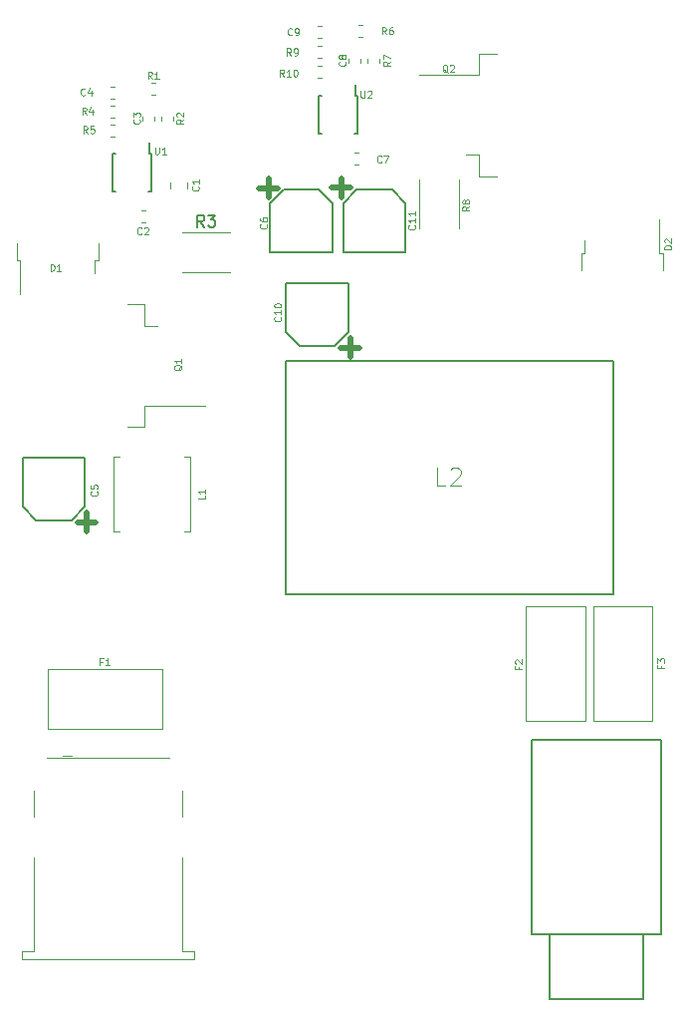
<source format=gto>
G04 #@! TF.GenerationSoftware,KiCad,Pcbnew,(5.0.1)-3*
G04 #@! TF.CreationDate,2019-05-15T20:24:53+02:00*
G04 #@! TF.ProjectId,Milwaukee_USB_charger,4D696C7761756B65655F5553425F6368,rev?*
G04 #@! TF.SameCoordinates,Original*
G04 #@! TF.FileFunction,Legend,Top*
G04 #@! TF.FilePolarity,Positive*
%FSLAX46Y46*%
G04 Gerber Fmt 4.6, Leading zero omitted, Abs format (unit mm)*
G04 Created by KiCad (PCBNEW (5.0.1)-3) date 15-May-19 20:24:53*
%MOMM*%
%LPD*%
G01*
G04 APERTURE LIST*
%ADD10C,0.150000*%
%ADD11C,0.500000*%
%ADD12C,0.120000*%
%ADD13C,0.100000*%
%ADD14C,0.125000*%
G04 APERTURE END LIST*
D10*
G04 #@! TO.C,C10*
X93610759Y-60321239D02*
X98910759Y-60321239D01*
X93610759Y-60321239D02*
X93610759Y-64471239D01*
X94760759Y-65621239D02*
X97760759Y-65621239D01*
X98910759Y-64471239D02*
X97760759Y-65621239D01*
X93610759Y-64471239D02*
X94760759Y-65621239D01*
X98910759Y-60321239D02*
X98910759Y-64471239D01*
D11*
X99060759Y-64971239D02*
X99060759Y-66571239D01*
X98260759Y-65771239D02*
X99860759Y-65771239D01*
D10*
G04 #@! TO.C,C11*
X103780000Y-57620000D02*
X98480000Y-57620000D01*
X103780000Y-57620000D02*
X103780000Y-53470000D01*
X102630000Y-52320000D02*
X99630000Y-52320000D01*
X98480000Y-53470000D02*
X99630000Y-52320000D01*
X103780000Y-53470000D02*
X102630000Y-52320000D01*
X98480000Y-57620000D02*
X98480000Y-53470000D01*
D11*
X98330000Y-52970000D02*
X98330000Y-51370000D01*
X99130000Y-52170000D02*
X97530000Y-52170000D01*
D10*
G04 #@! TO.C,C6*
X97580000Y-57650000D02*
X92280000Y-57650000D01*
X97580000Y-57650000D02*
X97580000Y-53500000D01*
X96430000Y-52350000D02*
X93430000Y-52350000D01*
X92280000Y-53500000D02*
X93430000Y-52350000D01*
X97580000Y-53500000D02*
X96430000Y-52350000D01*
X92280000Y-57650000D02*
X92280000Y-53500000D01*
D11*
X92130000Y-53000000D02*
X92130000Y-51400000D01*
X92930000Y-52200000D02*
X91330000Y-52200000D01*
D10*
G04 #@! TO.C,C5*
X71210759Y-75121239D02*
X76510759Y-75121239D01*
X71210759Y-75121239D02*
X71210759Y-79271239D01*
X72360759Y-80421239D02*
X75360759Y-80421239D01*
X76510759Y-79271239D02*
X75360759Y-80421239D01*
X71210759Y-79271239D02*
X72360759Y-80421239D01*
X76510759Y-75121239D02*
X76510759Y-79271239D01*
D11*
X76660759Y-79771239D02*
X76660759Y-81371239D01*
X75860759Y-80571239D02*
X77460759Y-80571239D01*
D10*
G04 #@! TO.C,L2*
X121480000Y-86670000D02*
X93580000Y-86670000D01*
X121480000Y-86670000D02*
X121480000Y-66870000D01*
X121480000Y-66870000D02*
X93580000Y-66870000D01*
X93580000Y-66870000D02*
X93580000Y-86670000D01*
G04 #@! TO.C,U1*
X82125000Y-49275000D02*
X82000000Y-49275000D01*
X82125000Y-52525000D02*
X81910000Y-52525000D01*
X78875000Y-52525000D02*
X79090000Y-52525000D01*
X78875000Y-49275000D02*
X79090000Y-49275000D01*
X82125000Y-49275000D02*
X82125000Y-52525000D01*
X78875000Y-49275000D02*
X78875000Y-52525000D01*
X82000000Y-49275000D02*
X82000000Y-48350000D01*
G04 #@! TO.C,U2*
X99660759Y-44341239D02*
X99535759Y-44341239D01*
X99660759Y-47591239D02*
X99445759Y-47591239D01*
X96410759Y-47591239D02*
X96625759Y-47591239D01*
X96410759Y-44341239D02*
X96625759Y-44341239D01*
X99660759Y-44341239D02*
X99660759Y-47591239D01*
X96410759Y-44341239D02*
X96410759Y-47591239D01*
X99535759Y-44341239D02*
X99535759Y-43416239D01*
D12*
G04 #@! TO.C,C1*
X83790000Y-52261252D02*
X83790000Y-51738748D01*
X85210000Y-52261252D02*
X85210000Y-51738748D01*
G04 #@! TO.C,C2*
X81632026Y-54090000D02*
X81289492Y-54090000D01*
X81632026Y-55110000D02*
X81289492Y-55110000D01*
G04 #@! TO.C,C3*
X82410000Y-46471267D02*
X82410000Y-46128733D01*
X81390000Y-46471267D02*
X81390000Y-46128733D01*
G04 #@! TO.C,C4*
X78728733Y-43590000D02*
X79071267Y-43590000D01*
X78728733Y-44610000D02*
X79071267Y-44610000D01*
G04 #@! TO.C,C7*
X99807026Y-49156239D02*
X99464492Y-49156239D01*
X99807026Y-50176239D02*
X99464492Y-50176239D01*
G04 #@! TO.C,C8*
X99945759Y-41194972D02*
X99945759Y-41537506D01*
X98925759Y-41194972D02*
X98925759Y-41537506D01*
G04 #@! TO.C,C9*
X96264492Y-38456239D02*
X96607026Y-38456239D01*
X96264492Y-39476239D02*
X96607026Y-39476239D01*
G04 #@! TO.C,D1*
X77380000Y-58370000D02*
X77380000Y-59470000D01*
X77650000Y-58370000D02*
X77380000Y-58370000D01*
X77650000Y-56870000D02*
X77650000Y-58370000D01*
X71020000Y-58370000D02*
X71020000Y-61200000D01*
X70750000Y-58370000D02*
X71020000Y-58370000D01*
X70750000Y-56870000D02*
X70750000Y-58370000D01*
G04 #@! TO.C,D2*
X125650000Y-59200000D02*
X125650000Y-57700000D01*
X125650000Y-57700000D02*
X125380000Y-57700000D01*
X125380000Y-57700000D02*
X125380000Y-54870000D01*
X118750000Y-59200000D02*
X118750000Y-57700000D01*
X118750000Y-57700000D02*
X119020000Y-57700000D01*
X119020000Y-57700000D02*
X119020000Y-56600000D01*
D13*
G04 #@! TO.C,F1*
X73335000Y-93085000D02*
X83065000Y-93085000D01*
X83065000Y-93085000D02*
X83065000Y-98115000D01*
X73335000Y-98115000D02*
X83065000Y-98115000D01*
X73335000Y-93085000D02*
X73335000Y-98115000D01*
G04 #@! TO.C,F2*
X114015000Y-97435000D02*
X119045000Y-97435000D01*
X119045000Y-97435000D02*
X119045000Y-87705000D01*
X114015000Y-87705000D02*
X119045000Y-87705000D01*
X114015000Y-97435000D02*
X114015000Y-87705000D01*
D12*
G04 #@! TO.C,J3*
X75400000Y-100400000D02*
X74600000Y-100400000D01*
X73310000Y-100550000D02*
X83690000Y-100550000D01*
X72190000Y-117050000D02*
X72190000Y-109080000D01*
X71190000Y-117050000D02*
X72190000Y-117050000D01*
X71190000Y-117670000D02*
X71190000Y-117050000D01*
X85810000Y-117670000D02*
X71190000Y-117670000D01*
X85810000Y-117050000D02*
X85810000Y-117670000D01*
X84810000Y-117050000D02*
X85810000Y-117050000D01*
X84810000Y-109080000D02*
X84810000Y-117050000D01*
X72190000Y-105580000D02*
X72190000Y-103400000D01*
X84810000Y-105580000D02*
X84810000Y-103400000D01*
D10*
G04 #@! TO.C,J4*
X114488200Y-115582000D02*
X114488200Y-99082000D01*
X114488200Y-99082000D02*
X125511800Y-99082000D01*
X125511800Y-115582000D02*
X125511800Y-99082000D01*
X114488200Y-115582000D02*
X125511800Y-115582000D01*
X116031250Y-121043000D02*
X116031250Y-115643000D01*
X116031250Y-121043000D02*
X123968750Y-121043000D01*
X123968750Y-121043000D02*
X123968750Y-115643000D01*
D12*
G04 #@! TO.C,L1*
X79420000Y-81380000D02*
X78920000Y-81380000D01*
X78920000Y-81380000D02*
X78920000Y-75020000D01*
X78920000Y-75020000D02*
X79480000Y-75020000D01*
X84980000Y-75020000D02*
X85480000Y-75020000D01*
X85480000Y-75020000D02*
X85480000Y-81380000D01*
X85480000Y-81380000D02*
X84920000Y-81380000D01*
G04 #@! TO.C,Q1*
X81610759Y-63910000D02*
X82710759Y-63910000D01*
X81610759Y-62100000D02*
X81610759Y-63910000D01*
X80110759Y-62100000D02*
X81610759Y-62100000D01*
X81610759Y-70690000D02*
X86735759Y-70690000D01*
X81610759Y-72500000D02*
X81610759Y-70690000D01*
X80110759Y-72500000D02*
X81610759Y-72500000D01*
G04 #@! TO.C,Q2*
X111550000Y-40800000D02*
X110050000Y-40800000D01*
X110050000Y-40800000D02*
X110050000Y-42610000D01*
X110050000Y-42610000D02*
X104925000Y-42610000D01*
X111550000Y-51200000D02*
X110050000Y-51200000D01*
X110050000Y-51200000D02*
X110050000Y-49390000D01*
X110050000Y-49390000D02*
X108950000Y-49390000D01*
G04 #@! TO.C,R1*
X82471267Y-44310000D02*
X82128733Y-44310000D01*
X82471267Y-43290000D02*
X82128733Y-43290000D01*
G04 #@! TO.C,R2*
X82990000Y-46128733D02*
X82990000Y-46471267D01*
X84010000Y-46128733D02*
X84010000Y-46471267D01*
G04 #@! TO.C,R4*
X79071267Y-45190000D02*
X78728733Y-45190000D01*
X79071267Y-46210000D02*
X78728733Y-46210000D01*
G04 #@! TO.C,R5*
X78728733Y-46790000D02*
X79071267Y-46790000D01*
X78728733Y-47810000D02*
X79071267Y-47810000D01*
G04 #@! TO.C,R6*
X100107026Y-38356239D02*
X99764492Y-38356239D01*
X100107026Y-39376239D02*
X99764492Y-39376239D01*
G04 #@! TO.C,R7*
X100525759Y-41537506D02*
X100525759Y-41194972D01*
X101545759Y-41537506D02*
X101545759Y-41194972D01*
G04 #@! TO.C,R9*
X96607026Y-40156239D02*
X96264492Y-40156239D01*
X96607026Y-41176239D02*
X96264492Y-41176239D01*
G04 #@! TO.C,R10*
X96264492Y-41856239D02*
X96607026Y-41856239D01*
X96264492Y-42876239D02*
X96607026Y-42876239D01*
D13*
G04 #@! TO.C,F3*
X119715000Y-97435000D02*
X119715000Y-87705000D01*
X119715000Y-87705000D02*
X124745000Y-87705000D01*
X124745000Y-97435000D02*
X124745000Y-87705000D01*
X119715000Y-97435000D02*
X124745000Y-97435000D01*
D12*
G04 #@! TO.C,R8*
X108340000Y-51517936D02*
X108340000Y-55622064D01*
X104920000Y-51517936D02*
X104920000Y-55622064D01*
G04 #@! TO.C,R3*
X84777936Y-55960000D02*
X88882064Y-55960000D01*
X84777936Y-59380000D02*
X88882064Y-59380000D01*
G04 #@! TO.C,C10*
D14*
X93144285Y-63155714D02*
X93172857Y-63184285D01*
X93201428Y-63270000D01*
X93201428Y-63327142D01*
X93172857Y-63412857D01*
X93115714Y-63470000D01*
X93058571Y-63498571D01*
X92944285Y-63527142D01*
X92858571Y-63527142D01*
X92744285Y-63498571D01*
X92687142Y-63470000D01*
X92630000Y-63412857D01*
X92601428Y-63327142D01*
X92601428Y-63270000D01*
X92630000Y-63184285D01*
X92658571Y-63155714D01*
X93201428Y-62584285D02*
X93201428Y-62927142D01*
X93201428Y-62755714D02*
X92601428Y-62755714D01*
X92687142Y-62812857D01*
X92744285Y-62870000D01*
X92772857Y-62927142D01*
X92601428Y-62212857D02*
X92601428Y-62155714D01*
X92630000Y-62098571D01*
X92658571Y-62070000D01*
X92715714Y-62041428D01*
X92830000Y-62012857D01*
X92972857Y-62012857D01*
X93087142Y-62041428D01*
X93144285Y-62070000D01*
X93172857Y-62098571D01*
X93201428Y-62155714D01*
X93201428Y-62212857D01*
X93172857Y-62270000D01*
X93144285Y-62298571D01*
X93087142Y-62327142D01*
X92972857Y-62355714D01*
X92830000Y-62355714D01*
X92715714Y-62327142D01*
X92658571Y-62298571D01*
X92630000Y-62270000D01*
X92601428Y-62212857D01*
G04 #@! TO.C,C11*
X104544285Y-55355714D02*
X104572857Y-55384285D01*
X104601428Y-55470000D01*
X104601428Y-55527142D01*
X104572857Y-55612857D01*
X104515714Y-55670000D01*
X104458571Y-55698571D01*
X104344285Y-55727142D01*
X104258571Y-55727142D01*
X104144285Y-55698571D01*
X104087142Y-55670000D01*
X104030000Y-55612857D01*
X104001428Y-55527142D01*
X104001428Y-55470000D01*
X104030000Y-55384285D01*
X104058571Y-55355714D01*
X104601428Y-54784285D02*
X104601428Y-55127142D01*
X104601428Y-54955714D02*
X104001428Y-54955714D01*
X104087142Y-55012857D01*
X104144285Y-55070000D01*
X104172857Y-55127142D01*
X104601428Y-54212857D02*
X104601428Y-54555714D01*
X104601428Y-54384285D02*
X104001428Y-54384285D01*
X104087142Y-54441428D01*
X104144285Y-54498571D01*
X104172857Y-54555714D01*
G04 #@! TO.C,C6*
X91944285Y-55270000D02*
X91972857Y-55298571D01*
X92001428Y-55384285D01*
X92001428Y-55441428D01*
X91972857Y-55527142D01*
X91915714Y-55584285D01*
X91858571Y-55612857D01*
X91744285Y-55641428D01*
X91658571Y-55641428D01*
X91544285Y-55612857D01*
X91487142Y-55584285D01*
X91430000Y-55527142D01*
X91401428Y-55441428D01*
X91401428Y-55384285D01*
X91430000Y-55298571D01*
X91458571Y-55270000D01*
X91401428Y-54755714D02*
X91401428Y-54870000D01*
X91430000Y-54927142D01*
X91458571Y-54955714D01*
X91544285Y-55012857D01*
X91658571Y-55041428D01*
X91887142Y-55041428D01*
X91944285Y-55012857D01*
X91972857Y-54984285D01*
X92001428Y-54927142D01*
X92001428Y-54812857D01*
X91972857Y-54755714D01*
X91944285Y-54727142D01*
X91887142Y-54698571D01*
X91744285Y-54698571D01*
X91687142Y-54727142D01*
X91658571Y-54755714D01*
X91630000Y-54812857D01*
X91630000Y-54927142D01*
X91658571Y-54984285D01*
X91687142Y-55012857D01*
X91744285Y-55041428D01*
G04 #@! TO.C,C5*
X77544285Y-77970000D02*
X77572857Y-77998571D01*
X77601428Y-78084285D01*
X77601428Y-78141428D01*
X77572857Y-78227142D01*
X77515714Y-78284285D01*
X77458571Y-78312857D01*
X77344285Y-78341428D01*
X77258571Y-78341428D01*
X77144285Y-78312857D01*
X77087142Y-78284285D01*
X77030000Y-78227142D01*
X77001428Y-78141428D01*
X77001428Y-78084285D01*
X77030000Y-77998571D01*
X77058571Y-77970000D01*
X77001428Y-77427142D02*
X77001428Y-77712857D01*
X77287142Y-77741428D01*
X77258571Y-77712857D01*
X77230000Y-77655714D01*
X77230000Y-77512857D01*
X77258571Y-77455714D01*
X77287142Y-77427142D01*
X77344285Y-77398571D01*
X77487142Y-77398571D01*
X77544285Y-77427142D01*
X77572857Y-77455714D01*
X77601428Y-77512857D01*
X77601428Y-77655714D01*
X77572857Y-77712857D01*
X77544285Y-77741428D01*
G04 #@! TO.C,L2*
X107180000Y-77448571D02*
X106465714Y-77448571D01*
X106465714Y-75948571D01*
X107608571Y-76091428D02*
X107680000Y-76020000D01*
X107822857Y-75948571D01*
X108180000Y-75948571D01*
X108322857Y-76020000D01*
X108394285Y-76091428D01*
X108465714Y-76234285D01*
X108465714Y-76377142D01*
X108394285Y-76591428D01*
X107537142Y-77448571D01*
X108465714Y-77448571D01*
G04 #@! TO.C,U1*
X82472857Y-48741428D02*
X82472857Y-49227142D01*
X82501428Y-49284285D01*
X82530000Y-49312857D01*
X82587142Y-49341428D01*
X82701428Y-49341428D01*
X82758571Y-49312857D01*
X82787142Y-49284285D01*
X82815714Y-49227142D01*
X82815714Y-48741428D01*
X83415714Y-49341428D02*
X83072857Y-49341428D01*
X83244285Y-49341428D02*
X83244285Y-48741428D01*
X83187142Y-48827142D01*
X83130000Y-48884285D01*
X83072857Y-48912857D01*
G04 #@! TO.C,U2*
X99972857Y-43941428D02*
X99972857Y-44427142D01*
X100001428Y-44484285D01*
X100030000Y-44512857D01*
X100087142Y-44541428D01*
X100201428Y-44541428D01*
X100258571Y-44512857D01*
X100287142Y-44484285D01*
X100315714Y-44427142D01*
X100315714Y-43941428D01*
X100572857Y-43998571D02*
X100601428Y-43970000D01*
X100658571Y-43941428D01*
X100801428Y-43941428D01*
X100858571Y-43970000D01*
X100887142Y-43998571D01*
X100915714Y-44055714D01*
X100915714Y-44112857D01*
X100887142Y-44198571D01*
X100544285Y-44541428D01*
X100915714Y-44541428D01*
G04 #@! TO.C,C1*
X86144285Y-52070000D02*
X86172857Y-52098571D01*
X86201428Y-52184285D01*
X86201428Y-52241428D01*
X86172857Y-52327142D01*
X86115714Y-52384285D01*
X86058571Y-52412857D01*
X85944285Y-52441428D01*
X85858571Y-52441428D01*
X85744285Y-52412857D01*
X85687142Y-52384285D01*
X85630000Y-52327142D01*
X85601428Y-52241428D01*
X85601428Y-52184285D01*
X85630000Y-52098571D01*
X85658571Y-52070000D01*
X86201428Y-51498571D02*
X86201428Y-51841428D01*
X86201428Y-51670000D02*
X85601428Y-51670000D01*
X85687142Y-51727142D01*
X85744285Y-51784285D01*
X85772857Y-51841428D01*
G04 #@! TO.C,C2*
X81330000Y-56084285D02*
X81301428Y-56112857D01*
X81215714Y-56141428D01*
X81158571Y-56141428D01*
X81072857Y-56112857D01*
X81015714Y-56055714D01*
X80987142Y-55998571D01*
X80958571Y-55884285D01*
X80958571Y-55798571D01*
X80987142Y-55684285D01*
X81015714Y-55627142D01*
X81072857Y-55570000D01*
X81158571Y-55541428D01*
X81215714Y-55541428D01*
X81301428Y-55570000D01*
X81330000Y-55598571D01*
X81558571Y-55598571D02*
X81587142Y-55570000D01*
X81644285Y-55541428D01*
X81787142Y-55541428D01*
X81844285Y-55570000D01*
X81872857Y-55598571D01*
X81901428Y-55655714D01*
X81901428Y-55712857D01*
X81872857Y-55798571D01*
X81530000Y-56141428D01*
X81901428Y-56141428D01*
G04 #@! TO.C,C3*
X81144285Y-46370000D02*
X81172857Y-46398571D01*
X81201428Y-46484285D01*
X81201428Y-46541428D01*
X81172857Y-46627142D01*
X81115714Y-46684285D01*
X81058571Y-46712857D01*
X80944285Y-46741428D01*
X80858571Y-46741428D01*
X80744285Y-46712857D01*
X80687142Y-46684285D01*
X80630000Y-46627142D01*
X80601428Y-46541428D01*
X80601428Y-46484285D01*
X80630000Y-46398571D01*
X80658571Y-46370000D01*
X80601428Y-46170000D02*
X80601428Y-45798571D01*
X80830000Y-45998571D01*
X80830000Y-45912857D01*
X80858571Y-45855714D01*
X80887142Y-45827142D01*
X80944285Y-45798571D01*
X81087142Y-45798571D01*
X81144285Y-45827142D01*
X81172857Y-45855714D01*
X81201428Y-45912857D01*
X81201428Y-46084285D01*
X81172857Y-46141428D01*
X81144285Y-46170000D01*
G04 #@! TO.C,C4*
X76530000Y-44284285D02*
X76501428Y-44312857D01*
X76415714Y-44341428D01*
X76358571Y-44341428D01*
X76272857Y-44312857D01*
X76215714Y-44255714D01*
X76187142Y-44198571D01*
X76158571Y-44084285D01*
X76158571Y-43998571D01*
X76187142Y-43884285D01*
X76215714Y-43827142D01*
X76272857Y-43770000D01*
X76358571Y-43741428D01*
X76415714Y-43741428D01*
X76501428Y-43770000D01*
X76530000Y-43798571D01*
X77044285Y-43941428D02*
X77044285Y-44341428D01*
X76901428Y-43712857D02*
X76758571Y-44141428D01*
X77130000Y-44141428D01*
G04 #@! TO.C,C7*
X101730000Y-49984285D02*
X101701428Y-50012857D01*
X101615714Y-50041428D01*
X101558571Y-50041428D01*
X101472857Y-50012857D01*
X101415714Y-49955714D01*
X101387142Y-49898571D01*
X101358571Y-49784285D01*
X101358571Y-49698571D01*
X101387142Y-49584285D01*
X101415714Y-49527142D01*
X101472857Y-49470000D01*
X101558571Y-49441428D01*
X101615714Y-49441428D01*
X101701428Y-49470000D01*
X101730000Y-49498571D01*
X101930000Y-49441428D02*
X102330000Y-49441428D01*
X102072857Y-50041428D01*
G04 #@! TO.C,C8*
X98644285Y-41466239D02*
X98672857Y-41494810D01*
X98701428Y-41580524D01*
X98701428Y-41637667D01*
X98672857Y-41723381D01*
X98615714Y-41780524D01*
X98558571Y-41809096D01*
X98444285Y-41837667D01*
X98358571Y-41837667D01*
X98244285Y-41809096D01*
X98187142Y-41780524D01*
X98130000Y-41723381D01*
X98101428Y-41637667D01*
X98101428Y-41580524D01*
X98130000Y-41494810D01*
X98158571Y-41466239D01*
X98358571Y-41123381D02*
X98330000Y-41180524D01*
X98301428Y-41209096D01*
X98244285Y-41237667D01*
X98215714Y-41237667D01*
X98158571Y-41209096D01*
X98130000Y-41180524D01*
X98101428Y-41123381D01*
X98101428Y-41009096D01*
X98130000Y-40951953D01*
X98158571Y-40923381D01*
X98215714Y-40894810D01*
X98244285Y-40894810D01*
X98301428Y-40923381D01*
X98330000Y-40951953D01*
X98358571Y-41009096D01*
X98358571Y-41123381D01*
X98387142Y-41180524D01*
X98415714Y-41209096D01*
X98472857Y-41237667D01*
X98587142Y-41237667D01*
X98644285Y-41209096D01*
X98672857Y-41180524D01*
X98701428Y-41123381D01*
X98701428Y-41009096D01*
X98672857Y-40951953D01*
X98644285Y-40923381D01*
X98587142Y-40894810D01*
X98472857Y-40894810D01*
X98415714Y-40923381D01*
X98387142Y-40951953D01*
X98358571Y-41009096D01*
G04 #@! TO.C,C9*
X94130000Y-39184285D02*
X94101428Y-39212857D01*
X94015714Y-39241428D01*
X93958571Y-39241428D01*
X93872857Y-39212857D01*
X93815714Y-39155714D01*
X93787142Y-39098571D01*
X93758571Y-38984285D01*
X93758571Y-38898571D01*
X93787142Y-38784285D01*
X93815714Y-38727142D01*
X93872857Y-38670000D01*
X93958571Y-38641428D01*
X94015714Y-38641428D01*
X94101428Y-38670000D01*
X94130000Y-38698571D01*
X94415714Y-39241428D02*
X94530000Y-39241428D01*
X94587142Y-39212857D01*
X94615714Y-39184285D01*
X94672857Y-39098571D01*
X94701428Y-38984285D01*
X94701428Y-38755714D01*
X94672857Y-38698571D01*
X94644285Y-38670000D01*
X94587142Y-38641428D01*
X94472857Y-38641428D01*
X94415714Y-38670000D01*
X94387142Y-38698571D01*
X94358571Y-38755714D01*
X94358571Y-38898571D01*
X94387142Y-38955714D01*
X94415714Y-38984285D01*
X94472857Y-39012857D01*
X94587142Y-39012857D01*
X94644285Y-38984285D01*
X94672857Y-38955714D01*
X94701428Y-38898571D01*
G04 #@! TO.C,D1*
X73587142Y-59241428D02*
X73587142Y-58641428D01*
X73730000Y-58641428D01*
X73815714Y-58670000D01*
X73872857Y-58727142D01*
X73901428Y-58784285D01*
X73930000Y-58898571D01*
X73930000Y-58984285D01*
X73901428Y-59098571D01*
X73872857Y-59155714D01*
X73815714Y-59212857D01*
X73730000Y-59241428D01*
X73587142Y-59241428D01*
X74501428Y-59241428D02*
X74158571Y-59241428D01*
X74330000Y-59241428D02*
X74330000Y-58641428D01*
X74272857Y-58727142D01*
X74215714Y-58784285D01*
X74158571Y-58812857D01*
G04 #@! TO.C,D2*
X126401428Y-57412857D02*
X125801428Y-57412857D01*
X125801428Y-57270000D01*
X125830000Y-57184285D01*
X125887142Y-57127142D01*
X125944285Y-57098571D01*
X126058571Y-57070000D01*
X126144285Y-57070000D01*
X126258571Y-57098571D01*
X126315714Y-57127142D01*
X126372857Y-57184285D01*
X126401428Y-57270000D01*
X126401428Y-57412857D01*
X125858571Y-56841428D02*
X125830000Y-56812857D01*
X125801428Y-56755714D01*
X125801428Y-56612857D01*
X125830000Y-56555714D01*
X125858571Y-56527142D01*
X125915714Y-56498571D01*
X125972857Y-56498571D01*
X126058571Y-56527142D01*
X126401428Y-56870000D01*
X126401428Y-56498571D01*
G04 #@! TO.C,F1*
X78000000Y-92427142D02*
X77800000Y-92427142D01*
X77800000Y-92741428D02*
X77800000Y-92141428D01*
X78085714Y-92141428D01*
X78628571Y-92741428D02*
X78285714Y-92741428D01*
X78457142Y-92741428D02*
X78457142Y-92141428D01*
X78400000Y-92227142D01*
X78342857Y-92284285D01*
X78285714Y-92312857D01*
G04 #@! TO.C,F2*
X113387142Y-92870000D02*
X113387142Y-93070000D01*
X113701428Y-93070000D02*
X113101428Y-93070000D01*
X113101428Y-92784285D01*
X113158571Y-92584285D02*
X113130000Y-92555714D01*
X113101428Y-92498571D01*
X113101428Y-92355714D01*
X113130000Y-92298571D01*
X113158571Y-92270000D01*
X113215714Y-92241428D01*
X113272857Y-92241428D01*
X113358571Y-92270000D01*
X113701428Y-92612857D01*
X113701428Y-92241428D01*
G04 #@! TO.C,L1*
X86701428Y-78300000D02*
X86701428Y-78585714D01*
X86101428Y-78585714D01*
X86701428Y-77785714D02*
X86701428Y-78128571D01*
X86701428Y-77957142D02*
X86101428Y-77957142D01*
X86187142Y-78014285D01*
X86244285Y-78071428D01*
X86272857Y-78128571D01*
G04 #@! TO.C,Q1*
X84758571Y-67227142D02*
X84730000Y-67284285D01*
X84672857Y-67341428D01*
X84587142Y-67427142D01*
X84558571Y-67484285D01*
X84558571Y-67541428D01*
X84701428Y-67512857D02*
X84672857Y-67570000D01*
X84615714Y-67627142D01*
X84501428Y-67655714D01*
X84301428Y-67655714D01*
X84187142Y-67627142D01*
X84130000Y-67570000D01*
X84101428Y-67512857D01*
X84101428Y-67398571D01*
X84130000Y-67341428D01*
X84187142Y-67284285D01*
X84301428Y-67255714D01*
X84501428Y-67255714D01*
X84615714Y-67284285D01*
X84672857Y-67341428D01*
X84701428Y-67398571D01*
X84701428Y-67512857D01*
X84701428Y-66684285D02*
X84701428Y-67027142D01*
X84701428Y-66855714D02*
X84101428Y-66855714D01*
X84187142Y-66912857D01*
X84244285Y-66970000D01*
X84272857Y-67027142D01*
G04 #@! TO.C,Q2*
X107372857Y-42398571D02*
X107315714Y-42370000D01*
X107258571Y-42312857D01*
X107172857Y-42227142D01*
X107115714Y-42198571D01*
X107058571Y-42198571D01*
X107087142Y-42341428D02*
X107030000Y-42312857D01*
X106972857Y-42255714D01*
X106944285Y-42141428D01*
X106944285Y-41941428D01*
X106972857Y-41827142D01*
X107030000Y-41770000D01*
X107087142Y-41741428D01*
X107201428Y-41741428D01*
X107258571Y-41770000D01*
X107315714Y-41827142D01*
X107344285Y-41941428D01*
X107344285Y-42141428D01*
X107315714Y-42255714D01*
X107258571Y-42312857D01*
X107201428Y-42341428D01*
X107087142Y-42341428D01*
X107572857Y-41798571D02*
X107601428Y-41770000D01*
X107658571Y-41741428D01*
X107801428Y-41741428D01*
X107858571Y-41770000D01*
X107887142Y-41798571D01*
X107915714Y-41855714D01*
X107915714Y-41912857D01*
X107887142Y-41998571D01*
X107544285Y-42341428D01*
X107915714Y-42341428D01*
G04 #@! TO.C,R1*
X82230000Y-42941428D02*
X82030000Y-42655714D01*
X81887142Y-42941428D02*
X81887142Y-42341428D01*
X82115714Y-42341428D01*
X82172857Y-42370000D01*
X82201428Y-42398571D01*
X82230000Y-42455714D01*
X82230000Y-42541428D01*
X82201428Y-42598571D01*
X82172857Y-42627142D01*
X82115714Y-42655714D01*
X81887142Y-42655714D01*
X82801428Y-42941428D02*
X82458571Y-42941428D01*
X82630000Y-42941428D02*
X82630000Y-42341428D01*
X82572857Y-42427142D01*
X82515714Y-42484285D01*
X82458571Y-42512857D01*
G04 #@! TO.C,R2*
X84901428Y-46370000D02*
X84615714Y-46570000D01*
X84901428Y-46712857D02*
X84301428Y-46712857D01*
X84301428Y-46484285D01*
X84330000Y-46427142D01*
X84358571Y-46398571D01*
X84415714Y-46370000D01*
X84501428Y-46370000D01*
X84558571Y-46398571D01*
X84587142Y-46427142D01*
X84615714Y-46484285D01*
X84615714Y-46712857D01*
X84358571Y-46141428D02*
X84330000Y-46112857D01*
X84301428Y-46055714D01*
X84301428Y-45912857D01*
X84330000Y-45855714D01*
X84358571Y-45827142D01*
X84415714Y-45798571D01*
X84472857Y-45798571D01*
X84558571Y-45827142D01*
X84901428Y-46170000D01*
X84901428Y-45798571D01*
G04 #@! TO.C,R4*
X76630000Y-45941428D02*
X76430000Y-45655714D01*
X76287142Y-45941428D02*
X76287142Y-45341428D01*
X76515714Y-45341428D01*
X76572857Y-45370000D01*
X76601428Y-45398571D01*
X76630000Y-45455714D01*
X76630000Y-45541428D01*
X76601428Y-45598571D01*
X76572857Y-45627142D01*
X76515714Y-45655714D01*
X76287142Y-45655714D01*
X77144285Y-45541428D02*
X77144285Y-45941428D01*
X77001428Y-45312857D02*
X76858571Y-45741428D01*
X77230000Y-45741428D01*
G04 #@! TO.C,R5*
X76730000Y-47541428D02*
X76530000Y-47255714D01*
X76387142Y-47541428D02*
X76387142Y-46941428D01*
X76615714Y-46941428D01*
X76672857Y-46970000D01*
X76701428Y-46998571D01*
X76730000Y-47055714D01*
X76730000Y-47141428D01*
X76701428Y-47198571D01*
X76672857Y-47227142D01*
X76615714Y-47255714D01*
X76387142Y-47255714D01*
X77272857Y-46941428D02*
X76987142Y-46941428D01*
X76958571Y-47227142D01*
X76987142Y-47198571D01*
X77044285Y-47170000D01*
X77187142Y-47170000D01*
X77244285Y-47198571D01*
X77272857Y-47227142D01*
X77301428Y-47284285D01*
X77301428Y-47427142D01*
X77272857Y-47484285D01*
X77244285Y-47512857D01*
X77187142Y-47541428D01*
X77044285Y-47541428D01*
X76987142Y-47512857D01*
X76958571Y-47484285D01*
G04 #@! TO.C,R6*
X102130000Y-39141428D02*
X101930000Y-38855714D01*
X101787142Y-39141428D02*
X101787142Y-38541428D01*
X102015714Y-38541428D01*
X102072857Y-38570000D01*
X102101428Y-38598571D01*
X102130000Y-38655714D01*
X102130000Y-38741428D01*
X102101428Y-38798571D01*
X102072857Y-38827142D01*
X102015714Y-38855714D01*
X101787142Y-38855714D01*
X102644285Y-38541428D02*
X102530000Y-38541428D01*
X102472857Y-38570000D01*
X102444285Y-38598571D01*
X102387142Y-38684285D01*
X102358571Y-38798571D01*
X102358571Y-39027142D01*
X102387142Y-39084285D01*
X102415714Y-39112857D01*
X102472857Y-39141428D01*
X102587142Y-39141428D01*
X102644285Y-39112857D01*
X102672857Y-39084285D01*
X102701428Y-39027142D01*
X102701428Y-38884285D01*
X102672857Y-38827142D01*
X102644285Y-38798571D01*
X102587142Y-38770000D01*
X102472857Y-38770000D01*
X102415714Y-38798571D01*
X102387142Y-38827142D01*
X102358571Y-38884285D01*
G04 #@! TO.C,R7*
X102501428Y-41466239D02*
X102215714Y-41666239D01*
X102501428Y-41809096D02*
X101901428Y-41809096D01*
X101901428Y-41580524D01*
X101930000Y-41523381D01*
X101958571Y-41494810D01*
X102015714Y-41466239D01*
X102101428Y-41466239D01*
X102158571Y-41494810D01*
X102187142Y-41523381D01*
X102215714Y-41580524D01*
X102215714Y-41809096D01*
X101901428Y-41266239D02*
X101901428Y-40866239D01*
X102501428Y-41123381D01*
G04 #@! TO.C,R9*
X94030000Y-40941428D02*
X93830000Y-40655714D01*
X93687142Y-40941428D02*
X93687142Y-40341428D01*
X93915714Y-40341428D01*
X93972857Y-40370000D01*
X94001428Y-40398571D01*
X94030000Y-40455714D01*
X94030000Y-40541428D01*
X94001428Y-40598571D01*
X93972857Y-40627142D01*
X93915714Y-40655714D01*
X93687142Y-40655714D01*
X94315714Y-40941428D02*
X94430000Y-40941428D01*
X94487142Y-40912857D01*
X94515714Y-40884285D01*
X94572857Y-40798571D01*
X94601428Y-40684285D01*
X94601428Y-40455714D01*
X94572857Y-40398571D01*
X94544285Y-40370000D01*
X94487142Y-40341428D01*
X94372857Y-40341428D01*
X94315714Y-40370000D01*
X94287142Y-40398571D01*
X94258571Y-40455714D01*
X94258571Y-40598571D01*
X94287142Y-40655714D01*
X94315714Y-40684285D01*
X94372857Y-40712857D01*
X94487142Y-40712857D01*
X94544285Y-40684285D01*
X94572857Y-40655714D01*
X94601428Y-40598571D01*
G04 #@! TO.C,R10*
X93444285Y-42741428D02*
X93244285Y-42455714D01*
X93101428Y-42741428D02*
X93101428Y-42141428D01*
X93330000Y-42141428D01*
X93387142Y-42170000D01*
X93415714Y-42198571D01*
X93444285Y-42255714D01*
X93444285Y-42341428D01*
X93415714Y-42398571D01*
X93387142Y-42427142D01*
X93330000Y-42455714D01*
X93101428Y-42455714D01*
X94015714Y-42741428D02*
X93672857Y-42741428D01*
X93844285Y-42741428D02*
X93844285Y-42141428D01*
X93787142Y-42227142D01*
X93730000Y-42284285D01*
X93672857Y-42312857D01*
X94387142Y-42141428D02*
X94444285Y-42141428D01*
X94501428Y-42170000D01*
X94530000Y-42198571D01*
X94558571Y-42255714D01*
X94587142Y-42370000D01*
X94587142Y-42512857D01*
X94558571Y-42627142D01*
X94530000Y-42684285D01*
X94501428Y-42712857D01*
X94444285Y-42741428D01*
X94387142Y-42741428D01*
X94330000Y-42712857D01*
X94301428Y-42684285D01*
X94272857Y-42627142D01*
X94244285Y-42512857D01*
X94244285Y-42370000D01*
X94272857Y-42255714D01*
X94301428Y-42198571D01*
X94330000Y-42170000D01*
X94387142Y-42141428D01*
G04 #@! TO.C,F3*
X125487142Y-92770000D02*
X125487142Y-92970000D01*
X125801428Y-92970000D02*
X125201428Y-92970000D01*
X125201428Y-92684285D01*
X125201428Y-92512857D02*
X125201428Y-92141428D01*
X125430000Y-92341428D01*
X125430000Y-92255714D01*
X125458571Y-92198571D01*
X125487142Y-92170000D01*
X125544285Y-92141428D01*
X125687142Y-92141428D01*
X125744285Y-92170000D01*
X125772857Y-92198571D01*
X125801428Y-92255714D01*
X125801428Y-92427142D01*
X125772857Y-92484285D01*
X125744285Y-92512857D01*
G04 #@! TO.C,R8*
X109201428Y-53770000D02*
X108915714Y-53970000D01*
X109201428Y-54112857D02*
X108601428Y-54112857D01*
X108601428Y-53884285D01*
X108630000Y-53827142D01*
X108658571Y-53798571D01*
X108715714Y-53770000D01*
X108801428Y-53770000D01*
X108858571Y-53798571D01*
X108887142Y-53827142D01*
X108915714Y-53884285D01*
X108915714Y-54112857D01*
X108858571Y-53427142D02*
X108830000Y-53484285D01*
X108801428Y-53512857D01*
X108744285Y-53541428D01*
X108715714Y-53541428D01*
X108658571Y-53512857D01*
X108630000Y-53484285D01*
X108601428Y-53427142D01*
X108601428Y-53312857D01*
X108630000Y-53255714D01*
X108658571Y-53227142D01*
X108715714Y-53198571D01*
X108744285Y-53198571D01*
X108801428Y-53227142D01*
X108830000Y-53255714D01*
X108858571Y-53312857D01*
X108858571Y-53427142D01*
X108887142Y-53484285D01*
X108915714Y-53512857D01*
X108972857Y-53541428D01*
X109087142Y-53541428D01*
X109144285Y-53512857D01*
X109172857Y-53484285D01*
X109201428Y-53427142D01*
X109201428Y-53312857D01*
X109172857Y-53255714D01*
X109144285Y-53227142D01*
X109087142Y-53198571D01*
X108972857Y-53198571D01*
X108915714Y-53227142D01*
X108887142Y-53255714D01*
X108858571Y-53312857D01*
G04 #@! TO.C,R3*
D10*
X86663333Y-55502380D02*
X86330000Y-55026190D01*
X86091904Y-55502380D02*
X86091904Y-54502380D01*
X86472857Y-54502380D01*
X86568095Y-54550000D01*
X86615714Y-54597619D01*
X86663333Y-54692857D01*
X86663333Y-54835714D01*
X86615714Y-54930952D01*
X86568095Y-54978571D01*
X86472857Y-55026190D01*
X86091904Y-55026190D01*
X86996666Y-54502380D02*
X87615714Y-54502380D01*
X87282380Y-54883333D01*
X87425238Y-54883333D01*
X87520476Y-54930952D01*
X87568095Y-54978571D01*
X87615714Y-55073809D01*
X87615714Y-55311904D01*
X87568095Y-55407142D01*
X87520476Y-55454761D01*
X87425238Y-55502380D01*
X87139523Y-55502380D01*
X87044285Y-55454761D01*
X86996666Y-55407142D01*
G04 #@! TD*
M02*

</source>
